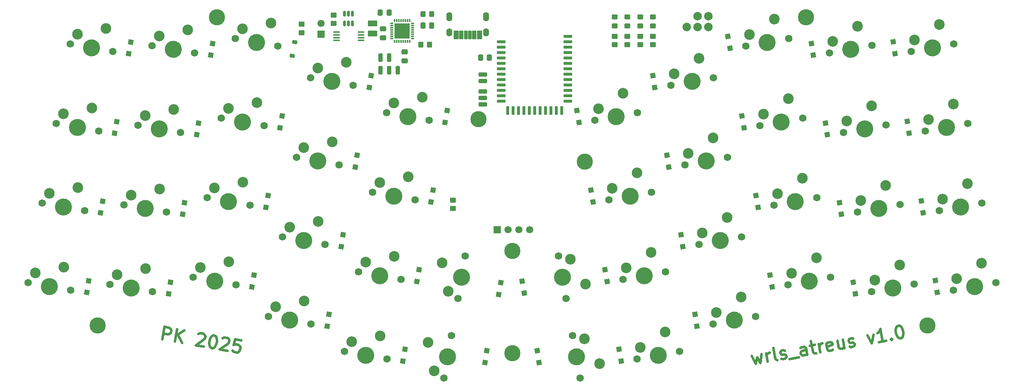
<source format=gts>
%TF.GenerationSoftware,KiCad,Pcbnew,9.0.1*%
%TF.CreationDate,2025-05-05T23:15:36+01:00*%
%TF.ProjectId,keyboard,6b657962-6f61-4726-942e-6b696361645f,rev?*%
%TF.SameCoordinates,Original*%
%TF.FileFunction,Soldermask,Top*%
%TF.FilePolarity,Negative*%
%FSLAX46Y46*%
G04 Gerber Fmt 4.6, Leading zero omitted, Abs format (unit mm)*
G04 Created by KiCad (PCBNEW 9.0.1) date 2025-05-05 23:15:36*
%MOMM*%
%LPD*%
G01*
G04 APERTURE LIST*
G04 Aperture macros list*
%AMRoundRect*
0 Rectangle with rounded corners*
0 $1 Rounding radius*
0 $2 $3 $4 $5 $6 $7 $8 $9 X,Y pos of 4 corners*
0 Add a 4 corners polygon primitive as box body*
4,1,4,$2,$3,$4,$5,$6,$7,$8,$9,$2,$3,0*
0 Add four circle primitives for the rounded corners*
1,1,$1+$1,$2,$3*
1,1,$1+$1,$4,$5*
1,1,$1+$1,$6,$7*
1,1,$1+$1,$8,$9*
0 Add four rect primitives between the rounded corners*
20,1,$1+$1,$2,$3,$4,$5,0*
20,1,$1+$1,$4,$5,$6,$7,0*
20,1,$1+$1,$6,$7,$8,$9,0*
20,1,$1+$1,$8,$9,$2,$3,0*%
%AMRotRect*
0 Rectangle, with rotation*
0 The origin of the aperture is its center*
0 $1 length*
0 $2 width*
0 $3 Rotation angle, in degrees counterclockwise*
0 Add horizontal line*
21,1,$1,$2,0,0,$3*%
G04 Aperture macros list end*
%ADD10C,0.600000*%
%ADD11RoundRect,0.050000X-0.730000X-0.150000X0.730000X-0.150000X0.730000X0.150000X-0.730000X0.150000X0*%
%ADD12RoundRect,0.102000X0.350000X0.900000X-0.350000X0.900000X-0.350000X-0.900000X0.350000X-0.900000X0*%
%ADD13RoundRect,0.102000X0.400000X0.900000X-0.400000X0.900000X-0.400000X-0.900000X0.400000X-0.900000X0*%
%ADD14RoundRect,0.102000X0.450000X0.900000X-0.450000X0.900000X-0.450000X-0.900000X0.450000X-0.900000X0*%
%ADD15C,1.412000*%
%ADD16RoundRect,0.250000X-0.450000X0.350000X-0.450000X-0.350000X0.450000X-0.350000X0.450000X0.350000X0*%
%ADD17R,0.800000X0.300000*%
%ADD18R,0.300000X0.800000*%
%ADD19R,3.600000X3.600000*%
%ADD20C,2.000000*%
%ADD21C,2.500000*%
%ADD22C,1.750000*%
%ADD23C,4.000000*%
%ADD24RoundRect,0.250000X0.450000X-0.350000X0.450000X0.350000X-0.450000X0.350000X-0.450000X-0.350000X0*%
%ADD25C,3.800000*%
%ADD26RoundRect,0.105000X0.895000X0.245000X-0.895000X0.245000X-0.895000X-0.245000X0.895000X-0.245000X0*%
%ADD27RoundRect,0.105000X-0.245000X0.895000X-0.245000X-0.895000X0.245000X-0.895000X0.245000X0.895000X0*%
%ADD28RoundRect,0.105000X-0.895000X-0.245000X0.895000X-0.245000X0.895000X0.245000X-0.895000X0.245000X0*%
%ADD29RotRect,1.200000X1.200000X80.000000*%
%ADD30RotRect,1.200000X1.200000X100.000000*%
%ADD31RoundRect,0.250000X-0.350000X-0.450000X0.350000X-0.450000X0.350000X0.450000X-0.350000X0.450000X0*%
%ADD32RoundRect,0.250000X0.750000X-0.250000X0.750000X0.250000X-0.750000X0.250000X-0.750000X-0.250000X0*%
%ADD33RoundRect,0.250000X-0.450000X0.325000X-0.450000X-0.325000X0.450000X-0.325000X0.450000X0.325000X0*%
%ADD34RoundRect,0.250001X0.849999X-0.462499X0.849999X0.462499X-0.849999X0.462499X-0.849999X-0.462499X0*%
%ADD35RoundRect,0.250000X-0.337500X-0.475000X0.337500X-0.475000X0.337500X0.475000X-0.337500X0.475000X0*%
%ADD36RoundRect,0.250000X-0.475000X0.337500X-0.475000X-0.337500X0.475000X-0.337500X0.475000X0.337500X0*%
%ADD37RoundRect,0.250000X-0.250000X-0.750000X0.250000X-0.750000X0.250000X0.750000X-0.250000X0.750000X0*%
%ADD38RoundRect,0.225000X0.330232X-0.286700X0.408374X0.156464X-0.330232X0.286700X-0.408374X-0.156464X0*%
%ADD39RoundRect,0.250000X0.475000X-0.337500X0.475000X0.337500X-0.475000X0.337500X-0.475000X-0.337500X0*%
%ADD40RoundRect,0.250000X-0.325000X-0.450000X0.325000X-0.450000X0.325000X0.450000X-0.325000X0.450000X0*%
%ADD41RoundRect,0.250000X0.337500X0.475000X-0.337500X0.475000X-0.337500X-0.475000X0.337500X-0.475000X0*%
%ADD42RoundRect,0.150000X0.150000X-0.512500X0.150000X0.512500X-0.150000X0.512500X-0.150000X-0.512500X0*%
%ADD43R,1.700000X1.700000*%
%ADD44C,1.700000*%
G04 APERTURE END LIST*
D10*
X206207424Y-127616697D02*
X207117468Y-129487085D01*
X207117468Y-129487085D02*
X207432146Y-127980989D01*
X207432146Y-127980989D02*
X208242962Y-129288630D01*
X208242962Y-129288630D02*
X208458413Y-127219787D01*
X209931204Y-128990947D02*
X209583908Y-127021332D01*
X209683135Y-127584079D02*
X209774208Y-127277899D01*
X209774208Y-127277899D02*
X209890088Y-127112405D01*
X209890088Y-127112405D02*
X210146655Y-126922104D01*
X210146655Y-126922104D02*
X210428029Y-126872491D01*
X212182193Y-128594037D02*
X211876013Y-128502964D01*
X211876013Y-128502964D02*
X211685712Y-128246397D01*
X211685712Y-128246397D02*
X211239188Y-125714035D01*
X213142195Y-128279702D02*
X213448375Y-128370775D01*
X213448375Y-128370775D02*
X214011123Y-128271548D01*
X214011123Y-128271548D02*
X214267689Y-128081247D01*
X214267689Y-128081247D02*
X214358762Y-127775067D01*
X214358762Y-127775067D02*
X214333955Y-127634380D01*
X214333955Y-127634380D02*
X214143655Y-127377813D01*
X214143655Y-127377813D02*
X213837474Y-127286740D01*
X213837474Y-127286740D02*
X213415414Y-127361161D01*
X213415414Y-127361161D02*
X213109233Y-127270088D01*
X213109233Y-127270088D02*
X212918933Y-127013521D01*
X212918933Y-127013521D02*
X212894126Y-126872834D01*
X212894126Y-126872834D02*
X212985199Y-126566653D01*
X212985199Y-126566653D02*
X213241766Y-126376353D01*
X213241766Y-126376353D02*
X213663826Y-126301932D01*
X213663826Y-126301932D02*
X213970007Y-126393005D01*
X215045544Y-128379273D02*
X217296533Y-127982363D01*
X219216534Y-127353693D02*
X218943659Y-125806138D01*
X218943659Y-125806138D02*
X218753358Y-125549571D01*
X218753358Y-125549571D02*
X218447177Y-125458498D01*
X218447177Y-125458498D02*
X217884430Y-125557726D01*
X217884430Y-125557726D02*
X217627863Y-125748026D01*
X219191727Y-127213006D02*
X218935161Y-127403307D01*
X218935161Y-127403307D02*
X218231726Y-127527341D01*
X218231726Y-127527341D02*
X217925546Y-127436268D01*
X217925546Y-127436268D02*
X217735245Y-127179702D01*
X217735245Y-127179702D02*
X217685632Y-126898328D01*
X217685632Y-126898328D02*
X217776705Y-126592147D01*
X217776705Y-126592147D02*
X218033271Y-126401847D01*
X218033271Y-126401847D02*
X218736706Y-126277812D01*
X218736706Y-126277812D02*
X218993272Y-126087512D01*
X219854046Y-125210429D02*
X220979540Y-125011974D01*
X220102458Y-124151201D02*
X220548982Y-126683564D01*
X220548982Y-126683564D02*
X220739283Y-126940131D01*
X220739283Y-126940131D02*
X221045463Y-127031204D01*
X221045463Y-127031204D02*
X221326837Y-126981590D01*
X222311645Y-126807942D02*
X221964349Y-124838326D01*
X222063576Y-125401073D02*
X222154649Y-125094893D01*
X222154649Y-125094893D02*
X222270529Y-124929399D01*
X222270529Y-124929399D02*
X222527096Y-124739099D01*
X222527096Y-124739099D02*
X222808469Y-124689485D01*
X225241261Y-126146310D02*
X224984695Y-126336611D01*
X224984695Y-126336611D02*
X224421947Y-126435838D01*
X224421947Y-126435838D02*
X224115767Y-126344765D01*
X224115767Y-126344765D02*
X223925466Y-126088199D01*
X223925466Y-126088199D02*
X223727011Y-124962704D01*
X223727011Y-124962704D02*
X223818084Y-124656523D01*
X223818084Y-124656523D02*
X224074651Y-124466223D01*
X224074651Y-124466223D02*
X224637398Y-124366995D01*
X224637398Y-124366995D02*
X224943579Y-124458068D01*
X224943579Y-124458068D02*
X225133879Y-124714635D01*
X225133879Y-124714635D02*
X225183493Y-124996009D01*
X225183493Y-124996009D02*
X223826239Y-125525451D01*
X227591822Y-123846051D02*
X227939118Y-125815666D01*
X226325641Y-124069313D02*
X226598516Y-125616868D01*
X226598516Y-125616868D02*
X226788817Y-125873434D01*
X226788817Y-125873434D02*
X227094997Y-125964508D01*
X227094997Y-125964508D02*
X227517058Y-125890087D01*
X227517058Y-125890087D02*
X227773625Y-125699786D01*
X227773625Y-125699786D02*
X227889505Y-125534293D01*
X229180493Y-125451717D02*
X229486674Y-125542790D01*
X229486674Y-125542790D02*
X230049421Y-125443563D01*
X230049421Y-125443563D02*
X230305988Y-125253262D01*
X230305988Y-125253262D02*
X230397061Y-124947082D01*
X230397061Y-124947082D02*
X230372254Y-124806395D01*
X230372254Y-124806395D02*
X230181953Y-124549828D01*
X230181953Y-124549828D02*
X229875773Y-124458755D01*
X229875773Y-124458755D02*
X229453712Y-124533176D01*
X229453712Y-124533176D02*
X229147532Y-124442103D01*
X229147532Y-124442103D02*
X228957231Y-124185536D01*
X228957231Y-124185536D02*
X228932424Y-124044849D01*
X228932424Y-124044849D02*
X229023497Y-123738669D01*
X229023497Y-123738669D02*
X229280064Y-123548368D01*
X229280064Y-123548368D02*
X229702125Y-123473947D01*
X229702125Y-123473947D02*
X230008305Y-123565021D01*
X233359981Y-122828969D02*
X234410712Y-124674550D01*
X234410712Y-124674550D02*
X234766849Y-122580900D01*
X237787195Y-124079185D02*
X236098953Y-124376867D01*
X236943074Y-124228026D02*
X236422130Y-121273603D01*
X236422130Y-121273603D02*
X236215177Y-121745277D01*
X236215177Y-121745277D02*
X235983417Y-122076264D01*
X235983417Y-122076264D02*
X235726850Y-122266565D01*
X239003763Y-123574549D02*
X239169257Y-123690429D01*
X239169257Y-123690429D02*
X239053377Y-123855923D01*
X239053377Y-123855923D02*
X238887883Y-123740043D01*
X238887883Y-123740043D02*
X239003763Y-123574549D01*
X239003763Y-123574549D02*
X239053377Y-123855923D01*
X240502047Y-120554203D02*
X240783421Y-120504589D01*
X240783421Y-120504589D02*
X241089601Y-120595662D01*
X241089601Y-120595662D02*
X241255095Y-120711542D01*
X241255095Y-120711542D02*
X241445396Y-120968109D01*
X241445396Y-120968109D02*
X241685310Y-121506049D01*
X241685310Y-121506049D02*
X241809344Y-122209484D01*
X241809344Y-122209484D02*
X241767885Y-122797038D01*
X241767885Y-122797038D02*
X241676812Y-123103218D01*
X241676812Y-123103218D02*
X241560932Y-123268712D01*
X241560932Y-123268712D02*
X241304365Y-123459013D01*
X241304365Y-123459013D02*
X241022992Y-123508626D01*
X241022992Y-123508626D02*
X240716811Y-123417553D01*
X240716811Y-123417553D02*
X240551318Y-123301673D01*
X240551318Y-123301673D02*
X240361017Y-123045107D01*
X240361017Y-123045107D02*
X240121103Y-122507166D01*
X240121103Y-122507166D02*
X239997068Y-121803732D01*
X239997068Y-121803732D02*
X240038527Y-121216178D01*
X240038527Y-121216178D02*
X240129601Y-120909997D01*
X240129601Y-120909997D02*
X240245480Y-120744504D01*
X240245480Y-120744504D02*
X240502047Y-120554203D01*
X67659849Y-123744053D02*
X68180794Y-120789630D01*
X68180794Y-120789630D02*
X69306288Y-120988085D01*
X69306288Y-120988085D02*
X69562855Y-121178385D01*
X69562855Y-121178385D02*
X69678735Y-121343879D01*
X69678735Y-121343879D02*
X69769808Y-121650060D01*
X69769808Y-121650060D02*
X69695387Y-122072120D01*
X69695387Y-122072120D02*
X69505087Y-122328687D01*
X69505087Y-122328687D02*
X69339593Y-122444567D01*
X69339593Y-122444567D02*
X69033413Y-122535640D01*
X69033413Y-122535640D02*
X67907918Y-122337185D01*
X70614272Y-124264997D02*
X71135217Y-121310574D01*
X72302514Y-124562680D02*
X71334016Y-122651176D01*
X72823459Y-121608257D02*
X70837534Y-122998816D01*
X76150329Y-122484996D02*
X76315822Y-122369116D01*
X76315822Y-122369116D02*
X76622003Y-122278043D01*
X76622003Y-122278043D02*
X77325437Y-122402077D01*
X77325437Y-122402077D02*
X77582004Y-122592378D01*
X77582004Y-122592378D02*
X77697884Y-122757871D01*
X77697884Y-122757871D02*
X77788957Y-123064052D01*
X77788957Y-123064052D02*
X77739343Y-123345425D01*
X77739343Y-123345425D02*
X77524235Y-123742679D01*
X77524235Y-123742679D02*
X75538311Y-125133238D01*
X75538311Y-125133238D02*
X77367240Y-125455728D01*
X79717113Y-122823794D02*
X79998487Y-122873408D01*
X79998487Y-122873408D02*
X80255053Y-123063708D01*
X80255053Y-123063708D02*
X80370933Y-123229202D01*
X80370933Y-123229202D02*
X80462006Y-123535383D01*
X80462006Y-123535383D02*
X80503466Y-124122937D01*
X80503466Y-124122937D02*
X80379431Y-124826371D01*
X80379431Y-124826371D02*
X80139517Y-125364311D01*
X80139517Y-125364311D02*
X79949216Y-125620878D01*
X79949216Y-125620878D02*
X79783723Y-125736758D01*
X79783723Y-125736758D02*
X79477542Y-125827831D01*
X79477542Y-125827831D02*
X79196168Y-125778217D01*
X79196168Y-125778217D02*
X78939602Y-125587917D01*
X78939602Y-125587917D02*
X78823722Y-125422423D01*
X78823722Y-125422423D02*
X78732649Y-125116242D01*
X78732649Y-125116242D02*
X78691189Y-124528688D01*
X78691189Y-124528688D02*
X78815224Y-123825254D01*
X78815224Y-123825254D02*
X79055138Y-123287314D01*
X79055138Y-123287314D02*
X79245439Y-123030747D01*
X79245439Y-123030747D02*
X79410932Y-122914867D01*
X79410932Y-122914867D02*
X79717113Y-122823794D01*
X81777802Y-123477271D02*
X81943295Y-123361391D01*
X81943295Y-123361391D02*
X82249476Y-123270318D01*
X82249476Y-123270318D02*
X82952910Y-123394352D01*
X82952910Y-123394352D02*
X83209477Y-123584653D01*
X83209477Y-123584653D02*
X83325357Y-123750147D01*
X83325357Y-123750147D02*
X83416430Y-124056327D01*
X83416430Y-124056327D02*
X83366816Y-124337701D01*
X83366816Y-124337701D02*
X83151709Y-124734954D01*
X83151709Y-124734954D02*
X81165784Y-126125514D01*
X81165784Y-126125514D02*
X82994713Y-126448003D01*
X86188707Y-123964911D02*
X84781839Y-123716842D01*
X84781839Y-123716842D02*
X84393083Y-125098903D01*
X84393083Y-125098903D02*
X84558577Y-124983023D01*
X84558577Y-124983023D02*
X84864757Y-124891950D01*
X84864757Y-124891950D02*
X85568192Y-125015985D01*
X85568192Y-125015985D02*
X85824758Y-125206285D01*
X85824758Y-125206285D02*
X85940638Y-125371779D01*
X85940638Y-125371779D02*
X86031711Y-125677959D01*
X86031711Y-125677959D02*
X85907677Y-126381394D01*
X85907677Y-126381394D02*
X85717376Y-126637960D01*
X85717376Y-126637960D02*
X85551883Y-126753840D01*
X85551883Y-126753840D02*
X85245702Y-126844913D01*
X85245702Y-126844913D02*
X84542268Y-126720879D01*
X84542268Y-126720879D02*
X84285701Y-126530578D01*
X84285701Y-126530578D02*
X84169821Y-126365085D01*
D11*
%TO.C,Q1*%
X114380000Y-51525000D03*
X114380000Y-52175000D03*
X114380000Y-52825000D03*
X114380000Y-53475000D03*
X108620000Y-53475000D03*
X108620000Y-52825000D03*
X108620000Y-52175000D03*
X108620000Y-51525000D03*
%TD*%
D12*
%TO.C,U3*%
X140000000Y-52200000D03*
D13*
X137980000Y-52200000D03*
D14*
X136750000Y-52200000D03*
D12*
X139000000Y-52200000D03*
D13*
X141020000Y-52200000D03*
D14*
X142250000Y-52200000D03*
D15*
X143820000Y-47500000D03*
X143820000Y-47900000D03*
X143820000Y-48300000D03*
X143820000Y-51350000D03*
X143820000Y-51850000D03*
X135180000Y-47500000D03*
X135180000Y-47900000D03*
X135180000Y-48300000D03*
X135180000Y-51350000D03*
X135180000Y-51850000D03*
%TD*%
D16*
%TO.C,R8*%
X136000000Y-91000000D03*
X136000000Y-93000000D03*
%TD*%
D17*
%TO.C,IC2*%
X121600000Y-49500000D03*
X121600000Y-50000000D03*
X121600000Y-50500000D03*
X121600000Y-51000000D03*
X121600000Y-51500000D03*
X121600000Y-52000000D03*
X121600000Y-52500000D03*
X121600000Y-53000000D03*
D18*
X122300000Y-53700000D03*
X122800000Y-53700000D03*
X123300000Y-53700000D03*
X123800000Y-53700000D03*
X124300000Y-53700000D03*
X124800000Y-53700000D03*
X125300000Y-53700000D03*
X125800000Y-53700000D03*
D17*
X126500000Y-53000000D03*
X126500000Y-52500000D03*
X126500000Y-52000000D03*
X126500000Y-51500000D03*
X126500000Y-51000000D03*
X126500000Y-50500000D03*
X126500000Y-50000000D03*
X126500000Y-49500000D03*
D18*
X125800000Y-48800000D03*
X125300000Y-48800000D03*
X124800000Y-48800000D03*
X124300000Y-48800000D03*
X123800000Y-48800000D03*
X123300000Y-48800000D03*
X122800000Y-48800000D03*
X122300000Y-48800000D03*
D19*
X124050000Y-51250000D03*
%TD*%
D20*
%TO.C,J1*%
X190950000Y-50300000D03*
X193490000Y-50300000D03*
X196030000Y-50300000D03*
X196030000Y-47760000D03*
X193490000Y-47760000D03*
%TD*%
D21*
%TO.C,SW1:1*%
X70390022Y-69708756D03*
X63695427Y-71107502D03*
D22*
X72009301Y-75152646D03*
D23*
X67006478Y-74270513D03*
D22*
X62003655Y-73388380D03*
%TD*%
D24*
%TO.C,R2*%
X100451423Y-51645384D03*
X100451423Y-49645384D03*
%TD*%
D25*
%TO.C,H8*%
X80500000Y-48000000D03*
%TD*%
%TO.C,H7*%
X219000000Y-48000000D03*
%TD*%
%TO.C,H6*%
X142000000Y-72000000D03*
%TD*%
%TO.C,H5*%
X167000000Y-82000000D03*
%TD*%
%TO.C,H4*%
X150000000Y-103000000D03*
%TD*%
%TO.C,H3*%
X150000000Y-127000000D03*
%TD*%
%TO.C,H2*%
X52500000Y-120500000D03*
%TD*%
%TO.C,H1*%
X247500000Y-120500000D03*
%TD*%
D26*
%TO.C,U1*%
X147370000Y-53770000D03*
X147370000Y-55040000D03*
X147370000Y-56310000D03*
X147370000Y-57580000D03*
X147370000Y-58850000D03*
X147370000Y-60120000D03*
X147370000Y-61390000D03*
X147370000Y-62660000D03*
X147370000Y-63930000D03*
X147370000Y-65200000D03*
X147370000Y-66470000D03*
X147370000Y-67740000D03*
D27*
X148860000Y-70000000D03*
X150130000Y-70000000D03*
X151400000Y-70000000D03*
X152670000Y-70000000D03*
X153940000Y-70000000D03*
X155210000Y-70000000D03*
X156480000Y-70000000D03*
X157750000Y-70000000D03*
X159020000Y-70000000D03*
X160290000Y-70000000D03*
X161560000Y-70000000D03*
D28*
X163000000Y-67740000D03*
X163000000Y-66470000D03*
X163000000Y-65200000D03*
X163000000Y-63930000D03*
X163000000Y-62660000D03*
X163000000Y-61390000D03*
X163000000Y-60120000D03*
X163000000Y-58850000D03*
X163000000Y-57580000D03*
X163000000Y-56310000D03*
X163000000Y-55040000D03*
X163000000Y-53770000D03*
X163000000Y-52500000D03*
%TD*%
D29*
%TO.C,D1:0*%
X79062687Y-56937897D03*
X79548901Y-54180435D03*
%TD*%
D22*
%TO.C,SW11:2*%
X250272501Y-93513001D03*
D23*
X255275324Y-92630868D03*
D22*
X260278147Y-91748735D03*
D21*
X251082140Y-90791056D03*
X256894603Y-87186978D03*
%TD*%
D24*
%TO.C,R7*%
X183000000Y-52500000D03*
X183000000Y-54500000D03*
%TD*%
%TO.C,R4*%
X174000000Y-54500000D03*
X174000000Y-52500000D03*
%TD*%
D22*
%TO.C,SW6:1*%
X164135770Y-122835969D03*
D23*
X165017903Y-127838792D03*
D22*
X165900036Y-132841615D03*
D21*
X166857715Y-123645608D03*
X170461793Y-129458071D03*
%TD*%
D29*
%TO.C,D1:3*%
X69164741Y-113071938D03*
X69650955Y-110314476D03*
%TD*%
%TO.C,D0:1*%
X56531080Y-75304352D03*
X57017294Y-72546890D03*
%TD*%
%TO.C,D5:1*%
X143489185Y-129223623D03*
X143975399Y-126466161D03*
%TD*%
D30*
%TO.C,D8:1*%
X186737777Y-83226582D03*
X186251563Y-80469120D03*
%TD*%
D22*
%TO.C,SW7:2*%
X175948056Y-109664686D03*
D23*
X180950879Y-108782553D03*
D22*
X185953702Y-107900420D03*
D21*
X176757695Y-106942741D03*
X182570158Y-103338663D03*
%TD*%
D22*
%TO.C,SW0:1*%
X42771364Y-73043488D03*
D23*
X47774187Y-73925621D03*
D22*
X52777010Y-74807754D03*
D21*
X44463136Y-70762610D03*
X51157731Y-69363864D03*
%TD*%
D29*
%TO.C,D1:1*%
X75763371Y-75649244D03*
X76249585Y-72891782D03*
%TD*%
D22*
%TO.C,SW10:1*%
X227740894Y-75146546D03*
D23*
X232743717Y-74264413D03*
D22*
X237746540Y-73382280D03*
D21*
X228550533Y-72424601D03*
X234362996Y-68820523D03*
%TD*%
D31*
%TO.C,R1*%
X128500000Y-54500000D03*
X130500000Y-54500000D03*
%TD*%
D29*
%TO.C,D0:0*%
X59830395Y-56593004D03*
X60316609Y-53835542D03*
%TD*%
D22*
%TO.C,SW0:2*%
X39472048Y-91754835D03*
D23*
X44474871Y-92636968D03*
D22*
X49477694Y-93519101D03*
D21*
X41163820Y-89473957D03*
X47858415Y-88075211D03*
%TD*%
D30*
%TO.C,D11:2*%
X246518431Y-94009599D03*
X246032217Y-91252137D03*
%TD*%
D24*
%TO.C,R3*%
X108000000Y-49500000D03*
X108000000Y-47500000D03*
%TD*%
D22*
%TO.C,SW11:3*%
X253571816Y-112224348D03*
D23*
X258574639Y-111342215D03*
D22*
X263577462Y-110460082D03*
D21*
X254381455Y-109502403D03*
X260193918Y-105898325D03*
%TD*%
D30*
%TO.C,D8:3*%
X193336408Y-120649277D03*
X192850194Y-117891815D03*
%TD*%
D32*
%TO.C,J11*%
X143000000Y-65500000D03*
%TD*%
D33*
%TO.C,D2*%
X174000000Y-47975000D03*
X174000000Y-50025000D03*
%TD*%
D22*
%TO.C,SW8:0*%
X187192532Y-64018637D03*
D23*
X192195355Y-63136504D03*
D22*
X197198178Y-62254371D03*
D21*
X188002171Y-61296692D03*
X193814634Y-57692614D03*
%TD*%
D34*
%TO.C,L1*%
X117144373Y-51808774D03*
X117144373Y-49483774D03*
%TD*%
D30*
%TO.C,D7:0*%
X165595355Y-72738589D03*
X165109141Y-69981127D03*
%TD*%
D32*
%TO.C,J12*%
X143000000Y-63000000D03*
%TD*%
D22*
%TO.C,SW9:1*%
X208161305Y-73521823D03*
D23*
X213164128Y-72639690D03*
D22*
X218166951Y-71757557D03*
D21*
X208970944Y-70799878D03*
X214783407Y-67195800D03*
%TD*%
D30*
%TO.C,D9:0*%
X201107920Y-55307073D03*
X200621706Y-52549611D03*
%TD*%
%TO.C,D11:3*%
X249817746Y-112720946D03*
X249331532Y-109963484D03*
%TD*%
D32*
%TO.C,J10*%
X143000000Y-67000000D03*
%TD*%
D22*
%TO.C,SW2:0*%
X84882559Y-53052309D03*
D23*
X89885382Y-53934442D03*
D22*
X94888205Y-54816575D03*
D21*
X86574331Y-50771431D03*
X93268926Y-49372685D03*
%TD*%
D30*
%TO.C,D7:3*%
X175493302Y-128872631D03*
X175007088Y-126115169D03*
%TD*%
D22*
%TO.C,SW0:0*%
X46070679Y-54332140D03*
D23*
X51073502Y-55214273D03*
D22*
X56076325Y-56096406D03*
D21*
X47762451Y-52051262D03*
X54457046Y-50652516D03*
%TD*%
D29*
%TO.C,D5:0*%
X146756893Y-113192213D03*
X147243107Y-110434751D03*
%TD*%
D35*
%TO.C,C3*%
X118925000Y-46927985D03*
X121000000Y-46927985D03*
%TD*%
D22*
%TO.C,SW2:1*%
X81583244Y-71763656D03*
D23*
X86586067Y-72645789D03*
D22*
X91588890Y-73527922D03*
D21*
X83275016Y-69482778D03*
X89969611Y-68084032D03*
%TD*%
D30*
%TO.C,D10:0*%
X220687508Y-56931797D03*
X220201294Y-54174335D03*
%TD*%
%TO.C,D7:2*%
X172193986Y-110161284D03*
X171707772Y-107403822D03*
%TD*%
D22*
%TO.C,SW3:1*%
X99252702Y-80971818D03*
D23*
X104255525Y-81853951D03*
D22*
X109258348Y-82736084D03*
D21*
X100944474Y-78690940D03*
X107639069Y-77292194D03*
%TD*%
D22*
%TO.C,SW8:3*%
X197090478Y-120152679D03*
D23*
X202093301Y-119270546D03*
D22*
X207096124Y-118388413D03*
D21*
X197900117Y-117430734D03*
X203712580Y-113826656D03*
%TD*%
D22*
%TO.C,SW4:2*%
X113796493Y-107906520D03*
D23*
X118799316Y-108788653D03*
D22*
X123802139Y-109670786D03*
D21*
X115488265Y-105625642D03*
X122182860Y-104226896D03*
%TD*%
D29*
%TO.C,D4:3*%
X124256893Y-128878731D03*
X124743107Y-126121269D03*
%TD*%
D22*
%TO.C,SW1:3*%
X55405025Y-110811074D03*
D23*
X60407848Y-111693207D03*
D22*
X65410671Y-112575340D03*
D21*
X57096797Y-108530196D03*
X63791392Y-107131450D03*
%TD*%
D22*
%TO.C,SW1:2*%
X58704340Y-92099727D03*
D23*
X63707163Y-92981860D03*
D22*
X68709986Y-93863993D03*
D21*
X60396112Y-89818849D03*
X67090707Y-88420103D03*
%TD*%
D29*
%TO.C,D2:3*%
X88744329Y-111447215D03*
X89230543Y-108689753D03*
%TD*%
D36*
%TO.C,C5*%
X124632741Y-56194947D03*
X124632741Y-58269947D03*
%TD*%
D30*
%TO.C,D10:2*%
X227286139Y-94354491D03*
X226799925Y-91597029D03*
%TD*%
D32*
%TO.C,J13*%
X143000000Y-61500000D03*
%TD*%
D30*
%TO.C,D9:1*%
X204407235Y-74018421D03*
X203921021Y-71260959D03*
%TD*%
D22*
%TO.C,SW1:0*%
X65302971Y-54677033D03*
D23*
X70305794Y-55559166D03*
D22*
X75308617Y-56441299D03*
D21*
X66994743Y-52396155D03*
X73689338Y-50997409D03*
%TD*%
D37*
%TO.C,J18*%
X119000000Y-57500000D03*
%TD*%
D22*
%TO.C,SW10:0*%
X224441578Y-56435199D03*
D23*
X229444401Y-55553066D03*
D22*
X234447224Y-54670933D03*
D21*
X225251217Y-53713254D03*
X231063680Y-50109176D03*
%TD*%
D29*
%TO.C,D3:3*%
X106413787Y-120655377D03*
X106900001Y-117897915D03*
%TD*%
D22*
%TO.C,SW5:1*%
X133850159Y-132847715D03*
D23*
X134732292Y-127844892D03*
D22*
X135614425Y-122842069D03*
D21*
X131569281Y-131155943D03*
X130170535Y-124461348D03*
%TD*%
D30*
%TO.C,D11:1*%
X243219115Y-75298252D03*
X242732901Y-72540790D03*
%TD*%
D29*
%TO.C,D0:3*%
X49932449Y-112727046D03*
X50418663Y-109969584D03*
%TD*%
%TO.C,D1:2*%
X72464056Y-94360591D03*
X72950270Y-91603129D03*
%TD*%
D22*
%TO.C,SW11:1*%
X246973185Y-74801654D03*
D23*
X251976008Y-73919521D03*
D22*
X256978831Y-73037388D03*
D21*
X247782824Y-72079709D03*
X253595287Y-68475631D03*
%TD*%
D33*
%TO.C,D5*%
X183000000Y-47975000D03*
X183000000Y-50025000D03*
%TD*%
D22*
%TO.C,SW4:0*%
X120395124Y-70483825D03*
D23*
X125397947Y-71365958D03*
D22*
X130400770Y-72248091D03*
D21*
X122086896Y-68202947D03*
X128781491Y-66804201D03*
%TD*%
D38*
%TO.C,D2:0*%
X98213481Y-57124933D03*
X98786519Y-53875067D03*
%TD*%
D22*
%TO.C,SW10:2*%
X231040209Y-93857893D03*
D23*
X236043032Y-92975760D03*
D22*
X241045855Y-92093627D03*
D21*
X231849848Y-91135948D03*
X237662311Y-87531870D03*
%TD*%
D22*
%TO.C,SW5:0*%
X137149474Y-114136365D03*
D23*
X138031607Y-109133542D03*
D22*
X138913740Y-104130719D03*
D21*
X134868596Y-112444593D03*
X133469850Y-105749998D03*
%TD*%
D22*
%TO.C,SW11:0*%
X243673870Y-56090307D03*
D23*
X248676693Y-55208174D03*
D22*
X253679516Y-54326041D03*
D21*
X244483509Y-53368362D03*
X250295972Y-49764284D03*
%TD*%
D29*
%TO.C,D4:0*%
X134154840Y-72744689D03*
X134641054Y-69987227D03*
%TD*%
D24*
%TO.C,R6*%
X180000000Y-54500000D03*
X180000000Y-52500000D03*
%TD*%
D22*
%TO.C,SW3:0*%
X102552017Y-62260471D03*
D23*
X107554840Y-63142604D03*
D22*
X112557663Y-64024737D03*
D21*
X104243789Y-59979593D03*
X110938384Y-58580847D03*
%TD*%
D30*
%TO.C,D9:3*%
X211005866Y-111441115D03*
X210519652Y-108683653D03*
%TD*%
%TO.C,D7:1*%
X168894671Y-91449937D03*
X168408457Y-88692475D03*
%TD*%
D22*
%TO.C,SW8:1*%
X190491847Y-82729984D03*
D23*
X195494670Y-81847851D03*
D22*
X200497493Y-80965718D03*
D21*
X191301486Y-80008039D03*
X197113949Y-76403961D03*
%TD*%
D29*
%TO.C,D4:1*%
X130855524Y-91456036D03*
X131341738Y-88698574D03*
%TD*%
D22*
%TO.C,SW3:2*%
X95953386Y-99683166D03*
D23*
X100956209Y-100565299D03*
D22*
X105959032Y-101447432D03*
D21*
X97645158Y-97402288D03*
X104339753Y-96003542D03*
%TD*%
D22*
%TO.C,SW8:2*%
X193791163Y-101441332D03*
D23*
X198793986Y-100559199D03*
D22*
X203796809Y-99677066D03*
D21*
X194600802Y-98719387D03*
X200413265Y-95115309D03*
%TD*%
D37*
%TO.C,J14*%
X119000000Y-60500000D03*
%TD*%
D22*
%TO.C,SW7:3*%
X179247372Y-128376033D03*
D23*
X184250195Y-127493900D03*
D22*
X189253018Y-126611767D03*
D21*
X180057011Y-125654088D03*
X185869474Y-122050010D03*
%TD*%
D22*
%TO.C,SW9:3*%
X214759936Y-110944517D03*
D23*
X219762759Y-110062384D03*
D22*
X224765582Y-109180251D03*
D21*
X215569575Y-108222572D03*
X221382038Y-104618494D03*
%TD*%
D39*
%TO.C,C1*%
X119588866Y-52849252D03*
X119588866Y-50774252D03*
%TD*%
D40*
%TO.C,D1*%
X128976133Y-47279634D03*
X131026133Y-47279634D03*
%TD*%
D22*
%TO.C,SW2:3*%
X74984613Y-109186351D03*
D23*
X79987436Y-110068484D03*
D22*
X84990259Y-110950617D03*
D21*
X76676385Y-106905473D03*
X83370980Y-105506727D03*
%TD*%
D24*
%TO.C,R5*%
X177000000Y-54500000D03*
X177000000Y-52500000D03*
%TD*%
D29*
%TO.C,D2:2*%
X92043644Y-92735868D03*
X92529858Y-89978406D03*
%TD*%
D22*
%TO.C,SW7:1*%
X172648741Y-90953339D03*
D23*
X177651564Y-90071206D03*
D22*
X182654387Y-89189073D03*
D21*
X173458380Y-88231394D03*
X179270843Y-84627316D03*
%TD*%
D30*
%TO.C,D11:0*%
X239919800Y-56586905D03*
X239433586Y-53829443D03*
%TD*%
D41*
%TO.C,C4*%
X144575000Y-57500000D03*
X142500000Y-57500000D03*
%TD*%
D29*
%TO.C,D3:0*%
X116311733Y-64521335D03*
X116797947Y-61763873D03*
%TD*%
%TO.C,D3:1*%
X113012418Y-83232682D03*
X113498632Y-80475220D03*
%TD*%
D22*
%TO.C,SW9:0*%
X204861990Y-54810475D03*
D23*
X209864813Y-53928342D03*
D22*
X214867636Y-53046209D03*
D21*
X205671629Y-52088530D03*
X211484092Y-48484452D03*
%TD*%
D22*
%TO.C,SW3:3*%
X92654071Y-118394513D03*
D23*
X97656894Y-119276646D03*
D22*
X102659717Y-120158779D03*
D21*
X94345843Y-116113635D03*
X101040438Y-114714889D03*
%TD*%
D37*
%TO.C,J16*%
X123000000Y-60500000D03*
%TD*%
D22*
%TO.C,SW4:3*%
X110497177Y-126617867D03*
D23*
X115500000Y-127500000D03*
D22*
X120502823Y-128382133D03*
D21*
X112188949Y-124336989D03*
X118883544Y-122938243D03*
%TD*%
D30*
%TO.C,D8:0*%
X183438462Y-64515235D03*
X182952248Y-61757773D03*
%TD*%
D22*
%TO.C,SW6:0*%
X160836455Y-104130719D03*
D23*
X161718588Y-109133542D03*
D22*
X162600721Y-114136365D03*
D21*
X163558400Y-104940358D03*
X167162478Y-110752821D03*
%TD*%
D30*
%TO.C,D10:1*%
X223986824Y-75643144D03*
X223500610Y-72885682D03*
%TD*%
D22*
%TO.C,SW9:2*%
X211460621Y-92233170D03*
D23*
X216463444Y-91351037D03*
D22*
X221466267Y-90468904D03*
D21*
X212270260Y-89511225D03*
X218082723Y-85907147D03*
%TD*%
D37*
%TO.C,J15*%
X121000000Y-60500000D03*
%TD*%
D29*
%TO.C,D4:2*%
X127556209Y-110167384D03*
X128042423Y-107409922D03*
%TD*%
D33*
%TO.C,D3*%
X177000000Y-47975000D03*
X177000000Y-50025000D03*
%TD*%
D29*
%TO.C,D0:2*%
X53231764Y-94015699D03*
X53717978Y-91258237D03*
%TD*%
D30*
%TO.C,D6:1*%
X156261010Y-129217523D03*
X155774796Y-126460061D03*
%TD*%
%TO.C,D8:2*%
X190037093Y-101937930D03*
X189550879Y-99180468D03*
%TD*%
D22*
%TO.C,SW10:3*%
X234339524Y-112569241D03*
D23*
X239342347Y-111687108D03*
D22*
X244345170Y-110804975D03*
D21*
X235149163Y-109847296D03*
X240961626Y-106243218D03*
%TD*%
D32*
%TO.C,J9*%
X143000000Y-68500000D03*
%TD*%
D22*
%TO.C,SW7:0*%
X169349425Y-72241991D03*
D23*
X174352248Y-71359858D03*
D22*
X179355071Y-70477725D03*
D21*
X170159064Y-69520046D03*
X175971527Y-65915968D03*
%TD*%
D42*
%TO.C,U2*%
X110472935Y-49494760D03*
X111422935Y-49494760D03*
X112372935Y-49494760D03*
X112372935Y-47219760D03*
X111422935Y-47219760D03*
X110472935Y-47219760D03*
%TD*%
D22*
%TO.C,SW0:3*%
X36172733Y-110466182D03*
D23*
X41175556Y-111348315D03*
D22*
X46178379Y-112230448D03*
D21*
X37864505Y-108185304D03*
X44559100Y-106786558D03*
%TD*%
D29*
%TO.C,D2:1*%
X95342960Y-74024520D03*
X95829174Y-71267058D03*
%TD*%
%TO.C,D3:2*%
X109713102Y-101944030D03*
X110199316Y-99186568D03*
%TD*%
D22*
%TO.C,SW2:2*%
X78283928Y-90475004D03*
D23*
X83286751Y-91357137D03*
D22*
X88289574Y-92239270D03*
D21*
X79975700Y-88194126D03*
X86670295Y-86795380D03*
%TD*%
D37*
%TO.C,J17*%
X121000000Y-57500000D03*
%TD*%
D35*
%TO.C,C2*%
X128925000Y-50000000D03*
X131000000Y-50000000D03*
%TD*%
D30*
%TO.C,D6:0*%
X152743107Y-112878731D03*
X152256893Y-110121269D03*
%TD*%
D33*
%TO.C,D4*%
X180000000Y-47975000D03*
X180000000Y-50025000D03*
%TD*%
D30*
%TO.C,D9:2*%
X207706551Y-92729768D03*
X207220337Y-89972306D03*
%TD*%
%TO.C,D10:3*%
X230585454Y-113065839D03*
X230099240Y-110308377D03*
%TD*%
D22*
%TO.C,SW4:1*%
X117095808Y-89195172D03*
D23*
X122098631Y-90077305D03*
D22*
X127101454Y-90959438D03*
D21*
X118787580Y-86914294D03*
X125482175Y-85515548D03*
%TD*%
D43*
%TO.C,J2*%
X146420000Y-98000000D03*
D44*
X148960000Y-98000000D03*
X151500000Y-98000000D03*
X154040000Y-98000000D03*
%TD*%
D43*
%TO.C,J3*%
X105000000Y-52040000D03*
D44*
X105000000Y-49500000D03*
%TD*%
M02*

</source>
